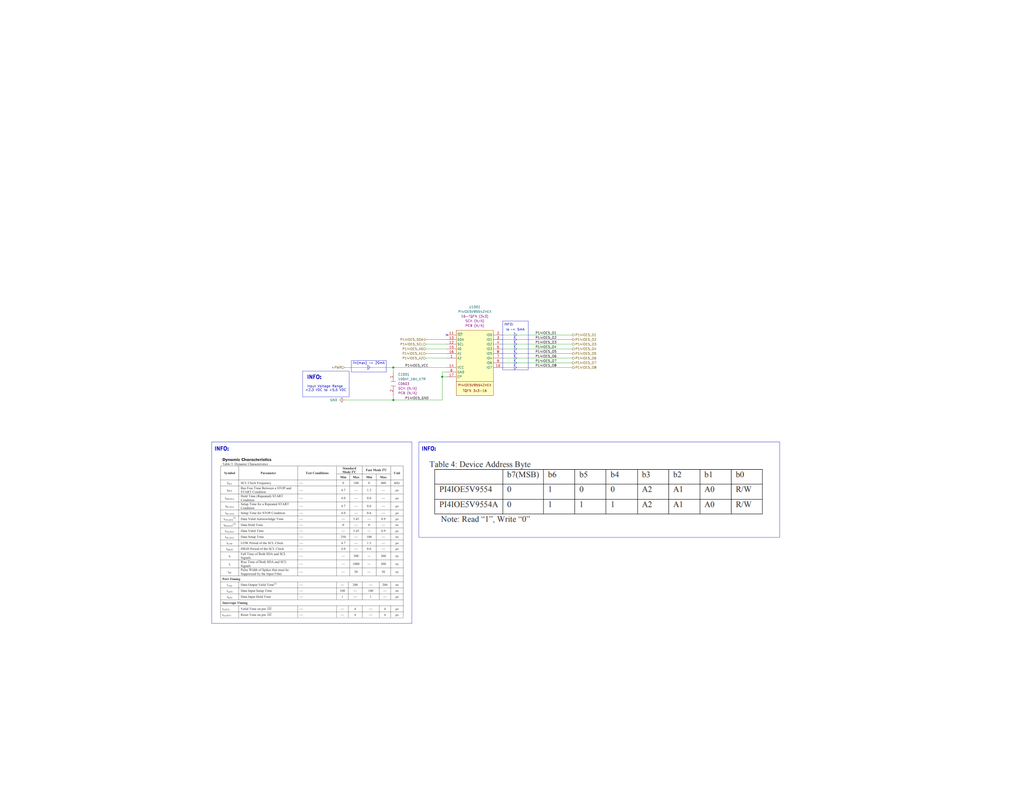
<source format=kicad_sch>
(kicad_sch (version 20231120) (generator "eeschema") (generator_version "8.0")
  (paper "C")
  (title_block (title "Quadcopter") (date "2024-03-18") (rev "01") (company "Mend0z0") (comment 1 "01") (comment 2 "CHECKED") (comment 3 "Siavash Taher Parvar") (comment 8 "N/A") (comment 9 "First Version"))
  (lib_symbols
    (symbol "_SCHLIB_Qcopter:CAP_CER_100nF_16V_X7R_C0603"
      (property "Reference" "C" (at 3.302 4.318 0))
      (property "Value" "100nF_16V_X7R" (at 3.302 6.858 0))
      (property "Package" "C0603" (at 3.556 36.576 0))
      (property "SCH CHECK" "SCH (N/A)" (at 3.556 31.242 0))
      (property "PCB CHECK" "PCB (N/A)" (at 3.556 33.782 0))
      (symbol "CAP_CER_100nF_16V_X7R_C0603_0_0"
        (polyline (pts (xy 5.08 1.27) (xy 5.08 -1.27)))
        (polyline (pts (xy 7.62 1.27) (xy 7.62 -1.27)))
      )
      (symbol "CAP_CER_100nF_16V_X7R_C0603_1_1"
        (pin passive line (at 0 0 0) (length 5.08) (name "") (number "1"))
        (pin passive line (at 12.7 0 180) (length 5.08) (name "") (number "2"))
      )
    )
    (symbol "_SCHLIB_Qcopter:IC_INTERFACE_PI4IOE5V9554ZHEX_IO Expander_8BIT_I2C_16-TQFN (3x3)"
      (property "Reference" "U" (at 3.556 4.064 0))
      (property "Value" "PI4IOE5V9554ZHEX" (at 3.81 6.604 0))
      (property "Package" "16-TQFN (3x3)" (at 3.81 35.306 0))
      (property "SCH CHECK" "SCH (N/A)" (at 3.81 29.972 0))
      (property "PCB CHECK" "PCB (N/A)" (at 3.81 32.512 0))
      (symbol "IC_INTERFACE_PI4IOE5V9554ZHEX_IO Expander_8BIT_I2C_16-TQFN (3x3)_0_1"
        (polyline (pts (xy 0 -27.94) (xy 20.32 -27.94)))
      )
      (symbol "IC_INTERFACE_PI4IOE5V9554ZHEX_IO Expander_8BIT_I2C_16-TQFN (3x3)_1_0"
        (pin passive line (at -5.08 -25.4 0) (length 5.08) (name "EP") (number "17"))
      )
      (symbol "IC_INTERFACE_PI4IOE5V9554ZHEX_IO Expander_8BIT_I2C_16-TQFN (3x3)_1_1"
        (rectangle (start 0 0) (end 20.32 -35.56) (fill (type background)))
        (text "PI4IOE5V9554ZHEX" (at 10.16 -29.972 0) (effects (font (size 1.27 1.27))))
        (text "TQFN 3x3-16" (at 10.16 -33.02 0) (effects (font (size 1.27 1.27))))
        (pin passive line (at -5.08 -15.24 0) (length 5.08) (name "A2") (number "1"))
        (pin passive line (at 25.4 -20.32 180) (length 5.08) (name "IO7") (number "10"))
        (pin passive line (at -5.08 -2.54 0) (length 5.08) (name "~{INT}") (number "11"))
        (pin passive line (at -5.08 -7.62 0) (length 5.08) (name "SCL") (number "12"))
        (pin passive line (at -5.08 -5.08 0) (length 5.08) (name "SDA") (number "13"))
        (pin passive line (at -5.08 -20.32 0) (length 5.08) (name "VCC") (number "14"))
        (pin passive line (at -5.08 -10.16 0) (length 5.08) (name "A0") (number "15"))
        (pin passive line (at -5.08 -12.7 0) (length 5.08) (name "A1") (number "16"))
        (pin passive line (at 25.4 -2.54 180) (length 5.08) (name "IO0") (number "2"))
        (pin passive line (at 25.4 -5.08 180) (length 5.08) (name "IO1") (number "3"))
        (pin passive line (at 25.4 -7.62 180) (length 5.08) (name "IO2") (number "4"))
        (pin passive line (at 25.4 -10.16 180) (length 5.08) (name "IO3") (number "5"))
        (pin passive line (at -5.08 -22.86 0) (length 5.08) (name "GND") (number "6"))
        (pin passive line (at 25.4 -15.24 180) (length 5.08) (name "IO4") (number "7"))
        (pin passive line (at 25.4 -12.7 180) (length 5.08) (name "IO5") (number "8"))
        (pin passive line (at 25.4 -17.78 180) (length 5.08) (name "IO6") (number "9"))
      )
    )
    (symbol "power:GND" (power) (pin_numbers hide) (pin_names (offset 0) hide)
      (property "Value" "GND" (at 0 -3.81 0))
      (symbol "GND_0_1"
        (polyline (pts (xy 0 0) (xy 0 -1.27) (xy 1.27 -1.27) (xy 0 -2.54) (xy -1.27 -1.27) (xy 0 -1.27)))
      )
      (symbol "GND_1_1"
        (pin power_in line (at 0 0 270) (length 0) (name "~") (number "1"))
      )
    )
  )
  (junction (at 241.3 205.74))
  (junction (at 214.63 218.44))
  (junction (at 214.63 200.66))
  (no_connect (at 243.84 182.88))
  (polyline (pts (xy 200.66 201.93) (xy 201.93 200.66)))
  (wire (pts (xy 232.41 190.5) (xy 243.84 190.5)))
  (wire (pts (xy 214.63 218.44) (xy 241.3 218.44)))
  (polyline (pts (xy 280.67 191.77) (xy 281.94 190.5)))
  (polyline (pts (xy 280.67 181.61) (xy 280.67 184.15)))
  (polyline (pts (xy 280.67 189.23) (xy 281.94 187.96)))
  (polyline (pts (xy 280.67 191.77) (xy 281.94 193.04)))
  (wire (pts (xy 232.41 195.58) (xy 243.84 195.58)))
  (wire (pts (xy 232.41 185.42) (xy 243.84 185.42)))
  (wire (pts (xy 232.41 187.96) (xy 243.84 187.96)))
  (wire (pts (xy 241.3 218.44) (xy 241.3 205.74)))
  (polyline (pts (xy 280.67 184.15) (xy 280.67 186.69)))
  (wire (pts (xy 312.42 190.5) (xy 274.32 190.5)))
  (polyline (pts (xy 280.67 194.31) (xy 280.67 196.85)))
  (polyline (pts (xy 280.67 199.39) (xy 280.67 201.93)))
  (polyline (pts (xy 115.57 241.3) (xy 115.57 340.36)))
  (polyline (pts (xy 190.5 216.662) (xy 165.1 216.662)))
  (polyline (pts (xy 280.67 196.85) (xy 281.94 198.12)))
  (polyline (pts (xy 280.67 194.31) (xy 281.94 193.04)))
  (polyline (pts (xy 280.67 186.69) (xy 280.67 189.23)))
  (polyline (pts (xy 280.67 199.39) (xy 281.94 200.66)))
  (polyline (pts (xy 280.67 189.23) (xy 280.67 191.77)))
  (wire (pts (xy 312.42 182.88) (xy 274.32 182.88)))
  (polyline (pts (xy 280.67 196.85) (xy 280.67 199.39)))
  (wire (pts (xy 312.42 187.96) (xy 274.32 187.96)))
  (wire (pts (xy 241.3 205.74) (xy 241.3 203.2)))
  (polyline (pts (xy 280.67 184.15) (xy 281.94 182.88)))
  (wire (pts (xy 214.63 200.66) (xy 214.63 203.2)))
  (polyline (pts (xy 280.67 184.15) (xy 281.94 185.42)))
  (polyline (pts (xy 280.67 201.93) (xy 281.94 200.66)))
  (polyline (pts (xy 165.1 202.692) (xy 165.1 216.662)))
  (wire (pts (xy 274.32 200.66) (xy 312.42 200.66)))
  (wire (pts (xy 312.42 198.12) (xy 274.32 198.12)))
  (polyline (pts (xy 190.5 202.692) (xy 190.5 216.662)))
  (wire (pts (xy 312.42 193.04) (xy 274.32 193.04)))
  (polyline (pts (xy 425.45 241.3) (xy 425.45 293.37)))
  (wire (pts (xy 241.3 205.74) (xy 243.84 205.74)))
  (polyline (pts (xy 224.79 340.36) (xy 115.57 340.36)))
  (polyline (pts (xy 200.66 199.39) (xy 200.66 201.93)))
  (polyline (pts (xy 228.6 241.3) (xy 228.6 293.37)))
  (wire (pts (xy 241.3 203.2) (xy 243.84 203.2)))
  (polyline (pts (xy 280.67 181.61) (xy 281.94 182.88)))
  (polyline (pts (xy 425.45 293.37) (xy 228.6 293.37)))
  (polyline (pts (xy 280.67 186.69) (xy 281.94 185.42)))
  (wire (pts (xy 187.96 218.44) (xy 214.63 218.44)))
  (polyline (pts (xy 115.57 241.3) (xy 224.79 241.3)))
  (polyline (pts (xy 280.67 186.69) (xy 281.94 187.96)))
  (wire (pts (xy 312.42 195.58) (xy 274.32 195.58)))
  (polyline (pts (xy 224.79 241.3) (xy 224.79 340.36)))
  (polyline (pts (xy 280.67 196.85) (xy 281.94 195.58)))
  (polyline (pts (xy 228.6 241.3) (xy 425.45 241.3)))
  (polyline (pts (xy 280.67 189.23) (xy 281.94 190.5)))
  (polyline (pts (xy 165.1 202.692) (xy 190.5 202.692)))
  (polyline (pts (xy 200.66 199.39) (xy 201.93 200.66)))
  (wire (pts (xy 214.63 200.66) (xy 243.84 200.66)))
  (polyline (pts (xy 280.67 194.31) (xy 281.94 195.58)))
  (wire (pts (xy 232.41 193.04) (xy 243.84 193.04)))
  (wire (pts (xy 214.63 215.9) (xy 214.63 218.44)))
  (wire (pts (xy 187.96 200.66) (xy 214.63 200.66)))
  (polyline (pts (xy 280.67 191.77) (xy 280.67 194.31)))
  (wire (pts (xy 312.42 185.42) (xy 274.32 185.42)))
  (polyline (pts (xy 280.67 199.39) (xy 281.94 198.12)))
  (rectangle (start 191.77 196.85) (end 210.82 203.2))
  (rectangle (start 274.32 175.26) (end 288.29 201.93))
  (image (at 326.39 269.24) (scale 0.900572))
  (image (at 170.18 293.37) (scale 0.401843))
  (text "Io ~= 5mA" (at 281.178 180.086 0) (effects (font (size 1.27 1.27))))
  (text "INFO:" (at 167.386 207.264 0) (effects (font (size 2 2) (thickness 0.4) (bold yes)) (justify left bottom)))
  (text "Iin(max) ~= 20mA" (at 201.168 198.374 0) (effects (font (size 1.27 1.27))))
  (text "INFO:" (at 229.87 246.38 0) (effects (font (size 2 2) (thickness 0.4) (bold yes)) (justify left bottom)))
  (text "Input Voltage Range \n+2.3 VDC to +5.5 VDC" (at 177.8 212.09 0) (effects (font (size 1.27 1.27))))
  (text "INFO:" (at 277.622 177.292 0) (effects (font (size 1.27 1.27))))
  (text "INFO:" (at 116.84 246.38 0) (effects (font (size 2 2) (thickness 0.4) (bold yes)) (justify left bottom)))
  (label "P14IOE5_O1" (at 292.1 182.88 0))
  (label "P14IOE5_O2" (at 292.1 185.42 0))
  (label "P14IOE5_O8" (at 292.1 200.66 0))
  (label "P14IOE5_O6" (at 292.1 195.58 0))
  (label "P14IOE5_VCC" (at 220.98 200.66 0))
  (label "P14IOE5_O7" (at 292.1 198.12 0))
  (label "P14IOE5_O3" (at 292.1 187.96 0))
  (label "P14IOE5_O4" (at 292.1 190.5 0))
  (label "P14IOE5_O5" (at 292.1 193.04 0))
  (label "P14IOE5_GND" (at 220.98 218.44 0))
  (hierarchical_label "P14IOE5_O5" (shape output) (at 312.42 193.04 0))
  (hierarchical_label "P14IOE5_SDA" (shape bidirectional) (at 232.41 185.42 180))
  (hierarchical_label "P14IOE5_O4" (shape output) (at 312.42 190.5 0))
  (hierarchical_label "+PWR" (shape input) (at 187.96 200.66 180))
  (hierarchical_label "P14IOE5_SCL" (shape input) (at 232.41 187.96 180))
  (hierarchical_label "P14IOE5_A2" (shape input) (at 232.41 195.58 180))
  (hierarchical_label "P14IOE5_O7" (shape output) (at 312.42 198.12 0))
  (hierarchical_label "P14IOE5_O1" (shape output) (at 312.42 182.88 0))
  (hierarchical_label "P14IOE5_O2" (shape output) (at 312.42 185.42 0))
  (hierarchical_label "P14IOE5_A1" (shape input) (at 232.41 193.04 180))
  (hierarchical_label "P14IOE5_O8" (shape output) (at 312.42 200.66 0))
  (hierarchical_label "P14IOE5_O6" (shape output) (at 312.42 195.58 0))
  (hierarchical_label "P14IOE5_A0" (shape input) (at 232.41 190.5 180))
  (hierarchical_label "P14IOE5_O3" (shape output) (at 312.42 187.96 0))
  (symbol (lib_id "_SCHLIB_Qcopter:CAP_CER_100nF_16V_X7R_C0603") (at 214.63 203.2 270) (unit 1)
    (property "Reference" "C1001" (at 217.17 204.4699 90) (effects (justify left)))
    (property "Value" "100nF_16V_X7R" (at 217.17 207.0099 90) (effects (justify left)))
    (property "Footprint" "Capacitor_SMD:C_0603_1608Metric" (effects (hide yes)))
    (property "Datasheet" "https://mm.digikey.com/Volume0/opasdata/d220001/medias/docus/609/CL10B104KO8NNNC_Spec.pdf" (effects (hide yes)))
    (property "Description" "0.1 µF ±10% 16V Ceramic Capacitor X7R 0603 (1608 Metric)" (effects (hide yes)))
    (property "Package" "C0603" (at 217.17 209.5499 90) (effects (justify left)))
    (property "Part Number (Manufacturer)" "CL10B104KO8NNNC" (effects (hide yes)))
    (property "Manufacturer" "Samsung Electro-Mechanics" (effects (hide yes)))
    (property "Part Number (Vendor)" "1276-1005-2-ND" (effects (hide yes)))
    (property "Vendor" "Digikey" (effects (hide yes)))
    (property "Purchase Link" "https://www.digikey.ca/en/products/detail/samsung-electro-mechanics/CL10B104KO8NNNC/3886663" (effects (hide yes)))
    (property "SCH CHECK" "SCH (N/A)" (at 217.17 212.0899 90) (effects (justify left)))
    (property "PCB CHECK" "PCB (N/A)" (at 217.17 214.6299 90) (effects (justify left)))
    (instances (project "_Sub_HW_Qcopter" (path "" (reference "C1001") (unit 1)) (path "" (reference "C1101") (unit 1)) (path "" (reference "C1201") (unit 1))))
  )
  (symbol (lib_id "power:GND") (at 187.96 218.44 270) (unit 1)
    (property "Reference" "#PWR01001" (effects (hide yes)))
    (property "Value" "GND" (at 184.15 218.4399 90) (effects (justify right)))
    (property "Description" "Power symbol creates a global label with name \"GND\" , ground" (effects (hide yes)))
    (instances (project "_Sub_HW_Qcopter" (path "" (reference "#PWR01001") (unit 1)) (path "" (reference "#PWR01101") (unit 1)) (path "" (reference "#PWR01201") (unit 1))))
  )
  (symbol (lib_id "_SCHLIB_Qcopter:IC_INTERFACE_PI4IOE5V9554ZHEX_IO Expander_8BIT_I2C_16-TQFN (3x3)") (at 248.92 180.34 0) (unit 1)
    (property "Reference" "U1001" (at 259.08 167.64 0))
    (property "Value" "PI4IOE5V9554ZHEX" (at 259.08 170.18 0))
    (property "Footprint" "_PCBLIB_Qcopter:QFN-16-1EP_3x3mm_P0.5mm_EP1.75x1.75mm_ThermalVias" (effects (hide yes)))
    (property "Datasheet" "https://www.diodes.com/assets/Datasheets/PI4IOE5V9554-PI4IOE5V9554A.pdf" (effects (hide yes)))
    (property "Description" "I/O Expander 8 I2C, SMBus 400 kHz 16-TQFN (3x3)" (effects (hide yes)))
    (property "Package" "16-TQFN (3x3)" (at 259.08 172.72 0))
    (property "Part Number (Manufacturer)" "PI4IOE5V9554ZHEX" (effects (hide yes)))
    (property "Manufacturer" "Diodes Incorporated" (effects (hide yes)))
    (property "Part Number (Vendor)" "31-PI4IOE5V9554ZHEXTR-ND" (effects (hide yes)))
    (property "Vendor" "Digikey" (effects (hide yes)))
    (property "Purchase Link" "https://www.digikey.ca/en/products/detail/diodes-incorporated/PI4IOE5V9554ZHEX/16547531" (effects (hide yes)))
    (property "SCH CHECK" "SCH (N/A)" (at 259.08 175.26 0))
    (property "PCB CHECK" "PCB (N/A)" (at 259.08 177.8 0))
    (instances (project "_Sub_HW_Qcopter" (path "" (reference "U1001") (unit 1)) (path "" (reference "U1101") (unit 1)) (path "" (reference "U1201") (unit 1))))
  )
)
</source>
